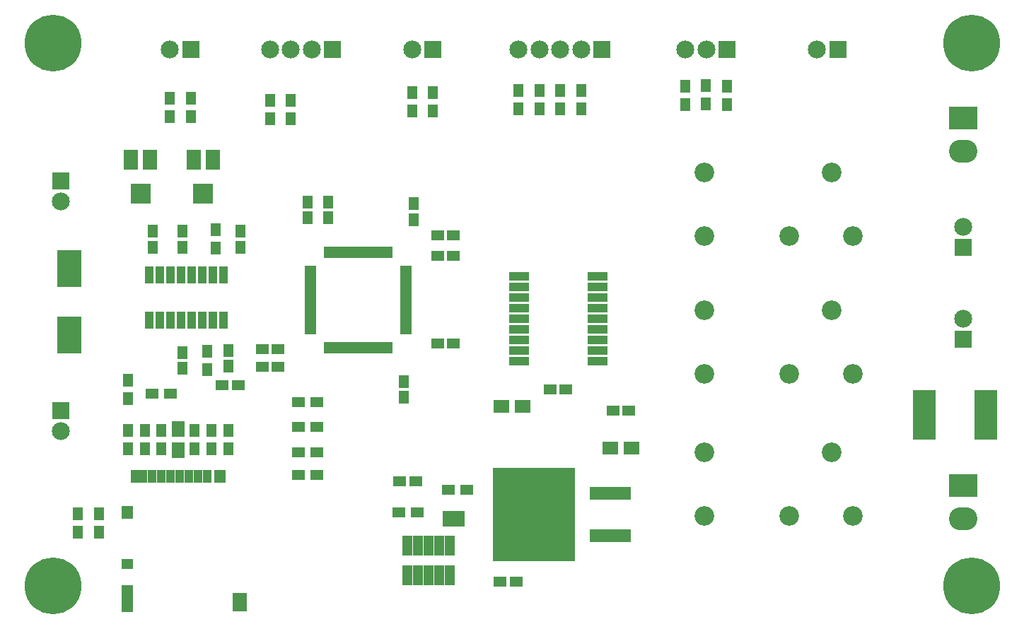
<source format=gts>
G04 #@! TF.FileFunction,Soldermask,Top*
%FSLAX46Y46*%
G04 Gerber Fmt 4.6, Leading zero omitted, Abs format (unit mm)*
G04 Created by KiCad (PCBNEW 4.0.7-e2-6376~61~ubuntu18.04.1) date Wed Aug 19 23:26:29 2020*
%MOMM*%
%LPD*%
G01*
G04 APERTURE LIST*
%ADD10C,0.100000*%
%ADD11R,1.600000X1.150000*%
%ADD12R,1.150000X1.600000*%
%ADD13R,2.900000X4.400000*%
%ADD14R,1.900000X1.650000*%
%ADD15R,1.650000X1.900000*%
%ADD16R,2.700000X6.000000*%
%ADD17R,2.150000X2.150000*%
%ADD18C,2.150000*%
%ADD19R,1.100000X1.600000*%
%ADD20R,1.400000X1.600000*%
%ADD21R,1.400000X1.200000*%
%ADD22R,1.400000X3.200000*%
%ADD23R,1.700000X2.300000*%
%ADD24R,3.400000X2.750000*%
%ADD25O,3.400000X2.750000*%
%ADD26R,1.160000X2.450000*%
%ADD27R,1.400000X1.900000*%
%ADD28C,2.350000*%
%ADD29R,1.600000X1.300000*%
%ADD30R,1.300000X1.600000*%
%ADD31R,1.700000X2.400000*%
%ADD32R,2.400000X2.400000*%
%ADD33R,2.400000X1.000000*%
%ADD34R,1.400000X0.650000*%
%ADD35R,0.650000X1.400000*%
%ADD36R,1.000000X2.000000*%
%ADD37R,5.000000X1.500000*%
%ADD38R,9.800000X11.200000*%
%ADD39C,6.800000*%
G04 APERTURE END LIST*
D10*
D11*
X111950000Y-83800000D03*
X110050000Y-83800000D03*
D12*
X127000000Y-85550000D03*
X127000000Y-87450000D03*
D11*
X131050000Y-81000000D03*
X132950000Y-81000000D03*
X131050000Y-70500000D03*
X132950000Y-70500000D03*
D12*
X115500000Y-65950000D03*
X115500000Y-64050000D03*
D11*
X131050000Y-68000000D03*
X132950000Y-68000000D03*
X126550000Y-97500000D03*
X128450000Y-97500000D03*
X146450000Y-86500000D03*
X144550000Y-86500000D03*
D12*
X118000000Y-64050000D03*
X118000000Y-65950000D03*
D11*
X110050000Y-81700000D03*
X111950000Y-81700000D03*
X105300000Y-86000000D03*
X107200000Y-86000000D03*
D12*
X107500000Y-69450000D03*
X107500000Y-67550000D03*
X106000000Y-81800000D03*
X106000000Y-83700000D03*
X97000000Y-67550000D03*
X97000000Y-69450000D03*
X100500000Y-67550000D03*
X100500000Y-69450000D03*
X100500000Y-83950000D03*
X100500000Y-82050000D03*
D13*
X87000000Y-80000000D03*
X87000000Y-72000000D03*
D14*
X151750000Y-93500000D03*
X154250000Y-93500000D03*
D11*
X152050000Y-89000000D03*
X153950000Y-89000000D03*
X138550000Y-109500000D03*
X140450000Y-109500000D03*
D14*
X138750000Y-88500000D03*
X141250000Y-88500000D03*
D15*
X100000000Y-91250000D03*
X100000000Y-93750000D03*
D16*
X189300000Y-89500000D03*
X196700000Y-89500000D03*
D17*
X150750000Y-45750000D03*
D18*
X148250000Y-45750000D03*
X145750000Y-45750000D03*
X143250000Y-45750000D03*
X140750000Y-45750000D03*
D17*
X165750000Y-45750000D03*
D18*
X163250000Y-45750000D03*
X160750000Y-45750000D03*
D17*
X130500000Y-45750000D03*
D18*
X128000000Y-45750000D03*
D17*
X101500000Y-45750000D03*
D18*
X99000000Y-45750000D03*
D17*
X118500000Y-45750000D03*
D18*
X116000000Y-45750000D03*
X113500000Y-45750000D03*
X111000000Y-45750000D03*
D17*
X194000000Y-80500000D03*
D18*
X194000000Y-78000000D03*
D17*
X194000000Y-69500000D03*
D18*
X194000000Y-67000000D03*
D19*
X94850000Y-96900000D03*
X95800000Y-96900000D03*
X103500000Y-96900000D03*
X102400000Y-96900000D03*
X101300000Y-96900000D03*
X100200000Y-96900000D03*
X99100000Y-96900000D03*
X98000000Y-96900000D03*
X96900000Y-96900000D03*
D20*
X105050000Y-96900000D03*
X93900000Y-101200000D03*
D21*
X93900000Y-107400000D03*
D22*
X93900000Y-111550000D03*
D23*
X107400000Y-112000000D03*
D17*
X86000000Y-89000000D03*
D18*
X86000000Y-91500000D03*
D17*
X86000000Y-61500000D03*
D18*
X86000000Y-64000000D03*
D24*
X194000000Y-98000000D03*
D25*
X194000000Y-101960000D03*
D24*
X194000000Y-54000000D03*
D25*
X194000000Y-57960000D03*
D26*
X127460000Y-108780000D03*
X127460000Y-105220000D03*
X128730000Y-108780000D03*
X128730000Y-105220000D03*
X130000000Y-108780000D03*
X130000000Y-105220000D03*
X131270000Y-108780000D03*
X131270000Y-105220000D03*
X132540000Y-108780000D03*
X132540000Y-105220000D03*
D27*
X133650000Y-102000000D03*
X132350000Y-102000000D03*
D28*
X163000000Y-60500000D03*
X178240000Y-60500000D03*
X180780000Y-68120000D03*
X173160000Y-68120000D03*
X163000000Y-68120000D03*
X163000000Y-77000000D03*
X178240000Y-77000000D03*
X180780000Y-84620000D03*
X173160000Y-84620000D03*
X163000000Y-84620000D03*
D29*
X126400000Y-101250000D03*
X128600000Y-101250000D03*
X134600000Y-98500000D03*
X132400000Y-98500000D03*
D30*
X103500000Y-81900000D03*
X103500000Y-84100000D03*
X104500000Y-69600000D03*
X104500000Y-67400000D03*
X148250000Y-52850000D03*
X148250000Y-50650000D03*
X145750000Y-52850000D03*
X145750000Y-50650000D03*
X143250000Y-52850000D03*
X143250000Y-50650000D03*
X140750000Y-52850000D03*
X140750000Y-50650000D03*
X165750000Y-52350000D03*
X165750000Y-50150000D03*
X163200000Y-52300000D03*
X163200000Y-50100000D03*
X160750000Y-52350000D03*
X160750000Y-50150000D03*
X130500000Y-53100000D03*
X130500000Y-50900000D03*
X128000000Y-53100000D03*
X128000000Y-50900000D03*
X101500000Y-53850000D03*
X101500000Y-51650000D03*
X99000000Y-53850000D03*
X99000000Y-51650000D03*
X113500000Y-54100000D03*
X113500000Y-51900000D03*
X111000000Y-54100000D03*
X111000000Y-51900000D03*
X106000000Y-91400000D03*
X106000000Y-93600000D03*
X104000000Y-91400000D03*
X104000000Y-93600000D03*
X102000000Y-91400000D03*
X102000000Y-93600000D03*
X98000000Y-91400000D03*
X98000000Y-93600000D03*
X96000000Y-91400000D03*
X96000000Y-93600000D03*
X94000000Y-91400000D03*
X94000000Y-93600000D03*
X90500000Y-101400000D03*
X90500000Y-103600000D03*
D29*
X114400000Y-96750000D03*
X116600000Y-96750000D03*
X114400000Y-94000000D03*
X116600000Y-94000000D03*
X114400000Y-91000000D03*
X116600000Y-91000000D03*
X114400000Y-88000000D03*
X116600000Y-88000000D03*
X99100000Y-87000000D03*
X96900000Y-87000000D03*
D30*
X94000000Y-87600000D03*
X94000000Y-85400000D03*
X88000000Y-103600000D03*
X88000000Y-101400000D03*
D31*
X101850000Y-59000000D03*
X104150000Y-59000000D03*
D32*
X103000000Y-63000000D03*
D31*
X94350000Y-59000000D03*
X96650000Y-59000000D03*
D32*
X95500000Y-63000000D03*
D33*
X140800000Y-72920000D03*
X140800000Y-74190000D03*
X140800000Y-75460000D03*
X140800000Y-76730000D03*
X140800000Y-78000000D03*
X140800000Y-79270000D03*
X140800000Y-80540000D03*
X140800000Y-81810000D03*
X140800000Y-83080000D03*
X150200000Y-83080000D03*
X150200000Y-81810000D03*
X150200000Y-80540000D03*
X150200000Y-79270000D03*
X150200000Y-78000000D03*
X150200000Y-76730000D03*
X150200000Y-75460000D03*
X150200000Y-74190000D03*
X150200000Y-72920000D03*
D34*
X127240000Y-79550000D03*
X127240000Y-79050000D03*
X127240000Y-78550000D03*
X127240000Y-78050000D03*
X127240000Y-77550000D03*
X127240000Y-77050000D03*
X127240000Y-76550000D03*
X127240000Y-76050000D03*
X127240000Y-75550000D03*
X127240000Y-75050000D03*
X127240000Y-74550000D03*
X127240000Y-74050000D03*
X127240000Y-73550000D03*
X127240000Y-73050000D03*
X127240000Y-72550000D03*
X127240000Y-72050000D03*
D35*
X125290000Y-70100000D03*
X124790000Y-70100000D03*
X124290000Y-70100000D03*
X123790000Y-70100000D03*
X123290000Y-70100000D03*
X122790000Y-70100000D03*
X122290000Y-70100000D03*
X121790000Y-70100000D03*
X121290000Y-70100000D03*
X120790000Y-70100000D03*
X120290000Y-70100000D03*
X119790000Y-70100000D03*
X119290000Y-70100000D03*
X118790000Y-70100000D03*
X118290000Y-70100000D03*
X117790000Y-70100000D03*
D34*
X115840000Y-72050000D03*
X115840000Y-72550000D03*
X115840000Y-73050000D03*
X115840000Y-73550000D03*
X115840000Y-74050000D03*
X115840000Y-74550000D03*
X115840000Y-75050000D03*
X115840000Y-75550000D03*
X115840000Y-76050000D03*
X115840000Y-76550000D03*
X115840000Y-77050000D03*
X115840000Y-77550000D03*
X115840000Y-78050000D03*
X115840000Y-78550000D03*
X115840000Y-79050000D03*
X115840000Y-79550000D03*
D35*
X117790000Y-81500000D03*
X118290000Y-81500000D03*
X118790000Y-81500000D03*
X119290000Y-81500000D03*
X119790000Y-81500000D03*
X120290000Y-81500000D03*
X120790000Y-81500000D03*
X121290000Y-81500000D03*
X121790000Y-81500000D03*
X122290000Y-81500000D03*
X122790000Y-81500000D03*
X123290000Y-81500000D03*
X123790000Y-81500000D03*
X124290000Y-81500000D03*
X124790000Y-81500000D03*
X125290000Y-81500000D03*
D36*
X96555000Y-78200000D03*
X97825000Y-78200000D03*
X99095000Y-78200000D03*
X100365000Y-78200000D03*
X101635000Y-78200000D03*
X102905000Y-78200000D03*
X104175000Y-78200000D03*
X105445000Y-78200000D03*
X105445000Y-72800000D03*
X104175000Y-72800000D03*
X102905000Y-72800000D03*
X101635000Y-72800000D03*
X100365000Y-72800000D03*
X99095000Y-72800000D03*
X97825000Y-72800000D03*
X96555000Y-72800000D03*
D37*
X151775000Y-104040000D03*
X151775000Y-98960000D03*
D38*
X142625000Y-101500000D03*
D17*
X179000000Y-45750000D03*
D18*
X176500000Y-45750000D03*
D28*
X163000000Y-94000000D03*
X178240000Y-94000000D03*
X180780000Y-101620000D03*
X173160000Y-101620000D03*
X163000000Y-101620000D03*
D39*
X85000000Y-45000000D03*
X195000000Y-45000000D03*
X195000000Y-110000000D03*
X85000000Y-110000000D03*
D12*
X128200000Y-66150000D03*
X128200000Y-64250000D03*
M02*

</source>
